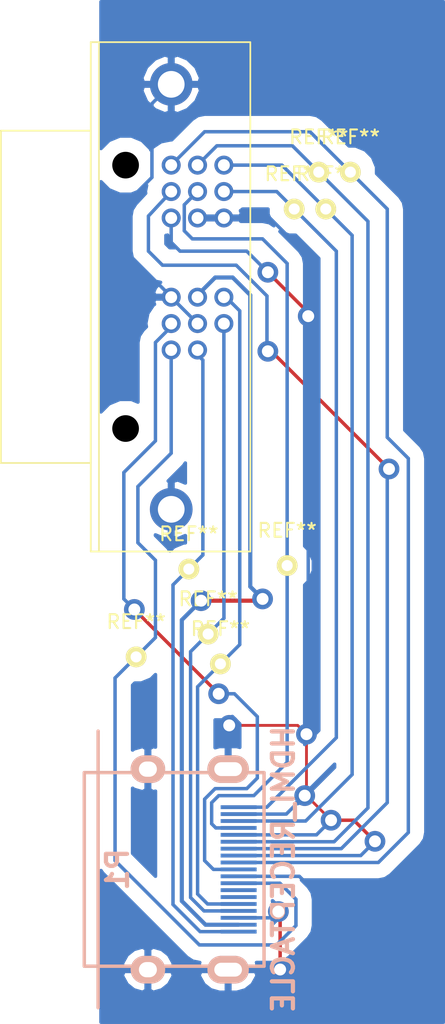
<source format=kicad_pcb>
(kicad_pcb (version 4) (host pcbnew "(2015-12-04 BZR 6347)-product")

  (general
    (links 36)
    (no_connects 10)
    (area 0 0 0 0)
    (thickness 1.6002)
    (drawings 0)
    (tracks 180)
    (zones 0)
    (modules 11)
    (nets 16)
  )

  (page A4)
  (title_block
    (date "18 jun 2015")
  )

  (layers
    (0 Front signal)
    (31 Back signal)
    (32 B.Adhes user)
    (33 F.Adhes user)
    (34 B.Paste user)
    (35 F.Paste user)
    (36 B.SilkS user)
    (37 F.SilkS user)
    (38 B.Mask user)
    (39 F.Mask user)
    (40 Dwgs.User user)
    (41 Cmts.User user)
    (42 Eco1.User user)
    (43 Eco2.User user)
    (44 Edge.Cuts user)
  )

  (setup
    (last_trace_width 0.25)
    (trace_clearance 0)
    (zone_clearance 1.016)
    (zone_45_only no)
    (trace_min 0.2032)
    (segment_width 0.381)
    (edge_width 0.381)
    (via_size 1.50114)
    (via_drill 0.86106)
    (via_min_size 0.889)
    (via_min_drill 0.508)
    (uvia_size 0.508)
    (uvia_drill 0.127)
    (uvias_allowed no)
    (uvia_min_size 0.508)
    (uvia_min_drill 0.127)
    (pcb_text_width 0.3048)
    (pcb_text_size 1.524 2.032)
    (mod_edge_width 0.381)
    (mod_text_size 1.524 1.524)
    (mod_text_width 0.3048)
    (pad_size 1.50114 1.50114)
    (pad_drill 0.8001)
    (pad_to_mask_clearance 0.254)
    (aux_axis_origin 0 0)
    (visible_elements FFFEFF3F)
    (pcbplotparams
      (layerselection 0x00030_80000001)
      (usegerberextensions true)
      (excludeedgelayer true)
      (linewidth 0.150000)
      (plotframeref false)
      (viasonmask false)
      (mode 1)
      (useauxorigin false)
      (hpglpennumber 1)
      (hpglpenspeed 20)
      (hpglpendiameter 15)
      (hpglpenoverlay 0)
      (psnegative false)
      (psa4output false)
      (plotreference true)
      (plotvalue true)
      (plotinvisibletext false)
      (padsonsilk false)
      (subtractmaskfromsilk false)
      (outputformat 1)
      (mirror false)
      (drillshape 1)
      (scaleselection 1)
      (outputdirectory ""))
  )

  (net 0 "")
  (net 1 /+5v)
  (net 2 /CL+)
  (net 3 /CL-)
  (net 4 /D0+)
  (net 5 /D0-)
  (net 6 /D1+)
  (net 7 /D1-)
  (net 8 /D2+)
  (net 9 /D2-)
  (net 10 /DDCcl)
  (net 11 /DDCdata)
  (net 12 /hotplug)
  (net 13 "Net-(P1-Pad14)")
  (net 14 "Net-(P1-Pad13)")
  (net 15 /GND)

  (net_class Default "This is the default net class."
    (clearance 0)
    (trace_width 0.25)
    (via_dia 1.50114)
    (via_drill 0.86106)
    (uvia_dia 0.508)
    (uvia_drill 0.127)
    (add_net /CL+)
    (add_net /CL-)
    (add_net /D0+)
    (add_net /D0-)
    (add_net /D1+)
    (add_net /D1-)
    (add_net /D2+)
    (add_net /D2-)
    (add_net /DDCcl)
    (add_net /DDCdata)
    (add_net /GND)
    (add_net /hotplug)
    (add_net "Net-(P1-Pad13)")
    (add_net "Net-(P1-Pad14)")
  )

  (net_class 5v ""
    (clearance 0)
    (trace_width 0.3)
    (via_dia 1.50114)
    (via_drill 0.86106)
    (uvia_dia 0.508)
    (uvia_drill 0.127)
    (add_net /+5v)
  )

  (module Measurement_Points:Measurement_Point_Round-TH_Small (layer Front) (tedit 56898EAB) (tstamp 56A1C3A8)
    (at 102.235 53.213)
    (descr "Mesurement Point, Square, Trough Hole,  DM 1.5mm, Drill 0.8mm,")
    (tags "Mesurement Point, Square, Trough Hole, DM 1.5mm, Drill 0.8mm,")
    (fp_text reference REF** (at 0 -2.54) (layer F.SilkS)
      (effects (font (size 1 1) (thickness 0.15)))
    )
    (fp_text value Measurement_Point_Round-TH_Small (at 0 2.54) (layer F.Fab)
      (effects (font (size 1 1) (thickness 0.15)))
    )
    (pad 1 thru_hole circle (at 0 0) (size 1.50114 1.50114) (drill 0.8001) (layers *.Cu *.Mask F.SilkS)
      (net 7 /D1-))
  )

  (module Measurement_Points:Measurement_Point_Round-TH_Small (layer Front) (tedit 56898E5E) (tstamp 56A1C398)
    (at 102.743 55.88)
    (descr "Mesurement Point, Square, Trough Hole,  DM 1.5mm, Drill 0.8mm,")
    (tags "Mesurement Point, Square, Trough Hole, DM 1.5mm, Drill 0.8mm,")
    (fp_text reference REF** (at 0 -2.54) (layer F.SilkS)
      (effects (font (size 1 1) (thickness 0.15)))
    )
    (fp_text value Measurement_Point_Round-TH_Small (at 0 2.54) (layer F.Fab)
      (effects (font (size 1 1) (thickness 0.15)))
    )
    (pad 1 thru_hole circle (at 0 0) (size 1.50114 1.50114) (drill 0.8001) (layers *.Cu *.Mask F.SilkS)
      (net 9 /D2-))
  )

  (module Measurement_Points:Measurement_Point_Round-TH_Small (layer Front) (tedit 56898D47) (tstamp 56A1C360)
    (at 92.837 81.915)
    (descr "Mesurement Point, Square, Trough Hole,  DM 1.5mm, Drill 0.8mm,")
    (tags "Mesurement Point, Square, Trough Hole, DM 1.5mm, Drill 0.8mm,")
    (fp_text reference REF** (at 0 -2.54) (layer F.SilkS)
      (effects (font (size 1 1) (thickness 0.15)))
    )
    (fp_text value Measurement_Point_Round-TH_Small (at 0 2.54) (layer F.Fab)
      (effects (font (size 1 1) (thickness 0.15)))
    )
    (pad 1 thru_hole circle (at 0 0) (size 1.50114 1.50114) (drill 0.8001) (layers *.Cu *.Mask F.SilkS)
      (net 12 /hotplug))
  )

  (module project:DVI-RECEPT-RA-HDMI (layer Front) (tedit 56897152) (tstamp 568971A5)
    (at 88.265 62.23 270)
    (path /551899AA)
    (attr smd)
    (fp_text reference J1 (at 0 -0.381 270) (layer Cmts.User)
      (effects (font (size 0.508 0.508) (thickness 0.1016)))
    )
    (fp_text value 74320-1004 (at 0 0.381 270) (layer Cmts.User) hide
      (effects (font (size 0.508 0.508) (thickness 0.1016)))
    )
    (fp_line (start -18.415 2.51968) (end -18.415 -9.01954) (layer F.SilkS) (width 0.127))
    (fp_line (start -18.415 -9.01954) (end 18.415 -9.01954) (layer F.SilkS) (width 0.127))
    (fp_line (start 18.415 -9.01954) (end 18.415 2.51968) (layer F.SilkS) (width 0.127))
    (fp_line (start 18.415 2.51968) (end -18.415 2.51968) (layer F.SilkS) (width 0.127))
    (fp_line (start -12.0142 9.01954) (end -12.0142 2.51968) (layer F.SilkS) (width 0.127))
    (fp_line (start -12.0142 2.51968) (end 12.0142 2.51968) (layer F.SilkS) (width 0.127))
    (fp_line (start 12.0142 2.51968) (end 12.0142 9.01954) (layer F.SilkS) (width 0.127))
    (fp_line (start 12.0142 9.01954) (end -12.0142 9.01954) (layer F.SilkS) (width 0.127))
    (fp_line (start -18.415 1.92786) (end 18.415 1.92786) (layer F.SilkS) (width 0.127))
    (pad 15 thru_hole oval (at 1.93294 -5.20192 270) (size 1.37668 1.37668) (drill 0.86106) (layers *.Cu *.Mask)
      (net 15 /GND))
    (pad 9 thru_hole oval (at -9.52246 -5.20192 270) (size 1.37414 1.37668) (drill 0.86106) (layers *.Cu *.Mask)
      (net 7 /D1-))
    (pad 17 thru_hole oval (at -9.52246 -3.29692 270) (size 1.37414 1.37668) (drill 0.86106) (layers *.Cu *.Mask)
      (net 5 /D0-))
    (pad 1 thru_hole oval (at -9.52246 -7.10692 270) (size 1.37414 1.37668) (drill 0.86106) (layers *.Cu *.Mask)
      (net 9 /D2-))
    (pad 10 thru_hole oval (at -7.61238 -5.20192 270) (size 1.37414 1.37668) (drill 0.86106) (layers *.Cu *.Mask)
      (net 6 /D1+))
    (pad 18 thru_hole oval (at -7.61238 -3.29692 270) (size 1.37414 1.37668) (drill 0.86106) (layers *.Cu *.Mask)
      (net 4 /D0+))
    (pad 2 thru_hole oval (at -7.61238 -7.10692 270) (size 1.37414 1.37668) (drill 0.86106) (layers *.Cu *.Mask)
      (net 8 /D2+))
    (pad 11 thru_hole oval (at -5.7023 -5.20192 270) (size 1.37414 1.37668) (drill 0.86106) (layers *.Cu *.Mask)
      (net 15 /GND))
    (pad 19 thru_hole oval (at -5.7023 -3.29692 270) (size 1.37414 1.37668) (drill 0.86106) (layers *.Cu *.Mask)
      (net 15 /GND))
    (pad 3 thru_hole oval (at -5.7023 -7.10692 270) (size 1.37414 1.37668) (drill 0.86106) (layers *.Cu *.Mask)
      (net 15 /GND))
    (pad 14 thru_hole oval (at 0.0254 -5.20192 270) (size 1.37414 1.37668) (drill 0.85852) (layers *.Cu *.Mask)
      (net 1 /+5v))
    (pad 22 thru_hole oval (at 0.0254 -3.29692 270) (size 1.37414 1.37668) (drill 0.85852) (layers *.Cu *.Mask)
      (net 15 /GND))
    (pad 6 thru_hole oval (at 0.0254 -7.10692 270) (size 1.37414 1.37668) (drill 0.85852) (layers *.Cu *.Mask)
      (net 10 /DDCcl))
    (pad 23 thru_hole oval (at 1.93294 -3.29692 270) (size 1.37668 1.37668) (drill 0.86106) (layers *.Cu *.Mask)
      (net 2 /CL+))
    (pad 7 thru_hole oval (at 1.93294 -7.10692 270) (size 1.37668 1.37668) (drill 0.86106) (layers *.Cu *.Mask)
      (net 11 /DDCdata))
    (pad 16 thru_hole oval (at 3.84302 -5.20192 270) (size 1.37668 1.37668) (drill 0.86106) (layers *.Cu *.Mask)
      (net 12 /hotplug))
    (pad 24 thru_hole oval (at 3.84302 -3.29692 270) (size 1.37668 1.37668) (drill 0.86106) (layers *.Cu *.Mask)
      (net 3 /CL-))
    (pad 25 thru_hole oval (at -15.36446 -3.29946 270) (size 3.08864 3.08864) (drill 1.9304) (layers *.Cu *.Mask)
      (net 15 /GND))
    (pad 25 thru_hole oval (at 15.36446 -3.29946 270) (size 3.08864 3.08864) (drill 1.9304) (layers *.Cu *.Mask)
      (net 15 /GND))
    (pad HOLE np_thru_hole circle (at -9.52246 0 270) (size 1.92786 1.92786) (drill 1.92786) (layers))
    (pad HOLE np_thru_hole circle (at 9.52246 0 270) (size 1.92786 1.92786) (drill 1.92786) (layers))
  )

  (module Measurement_Points:Measurement_Point_Round-TH_Small (layer Front) (tedit 56898CAE) (tstamp 56898C09)
    (at 89.027 88.265)
    (descr "Mesurement Point, Square, Trough Hole,  DM 1.5mm, Drill 0.8mm,")
    (tags "Mesurement Point, Square, Trough Hole, DM 1.5mm, Drill 0.8mm,")
    (fp_text reference REF** (at 0 -2.54) (layer F.SilkS)
      (effects (font (size 1 1) (thickness 0.15)))
    )
    (fp_text value Measurement_Point_Round-TH_Small (at 0 2.54) (layer F.Fab)
      (effects (font (size 1 1) (thickness 0.15)))
    )
    (pad 1 thru_hole circle (at 0 0) (size 1.50114 1.50114) (drill 0.8001) (layers *.Cu *.Mask F.SilkS)
      (net 3 /CL-))
  )

  (module Measurement_Points:Measurement_Point_Round-TH_Small (layer Front) (tedit 56898D0E) (tstamp 56898CE2)
    (at 94.234 86.614)
    (descr "Mesurement Point, Square, Trough Hole,  DM 1.5mm, Drill 0.8mm,")
    (tags "Mesurement Point, Square, Trough Hole, DM 1.5mm, Drill 0.8mm,")
    (fp_text reference REF** (at 0 -2.54) (layer F.SilkS)
      (effects (font (size 1 1) (thickness 0.15)))
    )
    (fp_text value Measurement_Point_Round-TH_Small (at 0 2.54) (layer F.Fab)
      (effects (font (size 1 1) (thickness 0.15)))
    )
    (pad 1 thru_hole circle (at 0 0) (size 1.50114 1.50114) (drill 0.8001) (layers *.Cu *.Mask F.SilkS)
      (net 11 /DDCdata))
  )

  (module Measurement_Points:Measurement_Point_Round-TH_Small (layer Front) (tedit 56898D82) (tstamp 56898D67)
    (at 95.123 88.773)
    (descr "Mesurement Point, Square, Trough Hole,  DM 1.5mm, Drill 0.8mm,")
    (tags "Mesurement Point, Square, Trough Hole, DM 1.5mm, Drill 0.8mm,")
    (fp_text reference REF** (at 0 -2.54) (layer F.SilkS)
      (effects (font (size 1 1) (thickness 0.15)))
    )
    (fp_text value Measurement_Point_Round-TH_Small (at 0 2.54) (layer F.Fab)
      (effects (font (size 1 1) (thickness 0.15)))
    )
    (pad 1 thru_hole circle (at 0 0) (size 1.50114 1.50114) (drill 0.8001) (layers *.Cu *.Mask F.SilkS)
      (net 10 /DDCcl))
  )

  (module Measurement_Points:Measurement_Point_Round-TH_Small (layer Front) (tedit 56898DEA) (tstamp 56898DD1)
    (at 99.949 81.661)
    (descr "Mesurement Point, Square, Trough Hole,  DM 1.5mm, Drill 0.8mm,")
    (tags "Mesurement Point, Square, Trough Hole, DM 1.5mm, Drill 0.8mm,")
    (fp_text reference REF** (at 0 -2.54) (layer F.SilkS)
      (effects (font (size 1 1) (thickness 0.15)))
    )
    (fp_text value Measurement_Point_Round-TH_Small (at 0 2.54) (layer F.Fab)
      (effects (font (size 1 1) (thickness 0.15)))
    )
    (pad 1 thru_hole circle (at 0 0) (size 1.50114 1.50114) (drill 0.8001) (layers *.Cu *.Mask F.SilkS)
      (net 6 /D1+))
  )

  (module Measurement_Points:Measurement_Point_Round-TH_Small (layer Front) (tedit 56898E32) (tstamp 56898E20)
    (at 100.457 55.88)
    (descr "Mesurement Point, Square, Trough Hole,  DM 1.5mm, Drill 0.8mm,")
    (tags "Mesurement Point, Square, Trough Hole, DM 1.5mm, Drill 0.8mm,")
    (fp_text reference REF** (at 0 -2.54) (layer F.SilkS)
      (effects (font (size 1 1) (thickness 0.15)))
    )
    (fp_text value Measurement_Point_Round-TH_Small (at 0 2.54) (layer F.Fab)
      (effects (font (size 1 1) (thickness 0.15)))
    )
    (pad 1 thru_hole circle (at 0 0) (size 1.50114 1.50114) (drill 0.8001) (layers *.Cu *.Mask F.SilkS)
      (net 8 /D2+))
  )

  (module Measurement_Points:Measurement_Point_Round-TH_Small (layer Front) (tedit 56898F2A) (tstamp 56898F0D)
    (at 104.521 53.213)
    (descr "Mesurement Point, Square, Trough Hole,  DM 1.5mm, Drill 0.8mm,")
    (tags "Mesurement Point, Square, Trough Hole, DM 1.5mm, Drill 0.8mm,")
    (fp_text reference REF** (at 0 -2.54) (layer F.SilkS)
      (effects (font (size 1 1) (thickness 0.15)))
    )
    (fp_text value Measurement_Point_Round-TH_Small (at 0 2.54) (layer F.Fab)
      (effects (font (size 1 1) (thickness 0.15)))
    )
    (pad 1 thru_hole circle (at 0 0) (size 1.50114 1.50114) (drill 0.8001) (layers *.Cu *.Mask F.SilkS)
      (net 5 /D0-))
  )

  (module project:HDMI_SMD (layer Back) (tedit 5689AA52) (tstamp 5689AAF5)
    (at 90.678 103.632 90)
    (tags "hdmi smd")
    (path /554F9844)
    (fp_text reference P1 (at 0 -2.99974 90) (layer B.SilkS)
      (effects (font (thickness 0.3048)) (justify mirror))
    )
    (fp_text value HDMI_RECEPTACLE (at 0 8.99922 90) (layer B.SilkS)
      (effects (font (thickness 0.3048)) (justify mirror))
    )
    (fp_line (start -7.00024 -5.40004) (end 7.00024 -5.40004) (layer B.SilkS) (width 0.24892))
    (fp_line (start 7.00024 -5.40004) (end 7.00024 7.59968) (layer B.SilkS) (width 0.24892))
    (fp_line (start 7.00024 7.59968) (end -7.00024 7.59968) (layer B.SilkS) (width 0.24892))
    (fp_line (start -7.00024 7.59968) (end -7.00024 -5.40004) (layer B.SilkS) (width 0.24892))
    (fp_line (start -9.99998 -4.39928) (end 9.99998 -4.39928) (layer B.SilkS) (width 0.24892))
    (pad 19 smd rect (at -4.5 5.76126 90) (size 0.28 2.6) (layers Back B.Paste B.Mask)
      (net 12 /hotplug))
    (pad 18 smd rect (at -4 5.76126 90) (size 0.28 2.6) (layers Back B.Paste B.Mask)
      (net 1 /+5v))
    (pad 17 smd rect (at -3.5 5.76126 90) (size 0.28 2.6) (layers Back B.Paste B.Mask)
      (net 15 /GND))
    (pad 16 smd rect (at -3 5.76126 90) (size 0.28 2.6) (layers Back B.Paste B.Mask)
      (net 11 /DDCdata))
    (pad 15 smd rect (at -2.5 5.76126 90) (size 0.28 2.6) (layers Back B.Paste B.Mask)
      (net 10 /DDCcl))
    (pad 14 smd rect (at -2 5.76126 90) (size 0.28 2.6) (layers Back B.Paste B.Mask)
      (net 13 "Net-(P1-Pad14)"))
    (pad 13 smd rect (at -1.5 5.76126 90) (size 0.28 2.6) (layers Back B.Paste B.Mask)
      (net 14 "Net-(P1-Pad13)"))
    (pad 12 smd rect (at -1 5.76126 90) (size 0.28 2.6) (layers Back B.Paste B.Mask)
      (net 3 /CL-))
    (pad 11 smd rect (at -0.5 5.76126 90) (size 0.28 2.6) (layers Back B.Paste B.Mask)
      (net 15 /GND))
    (pad 2 smd rect (at 4 5.76126 90) (size 0.28 2.6) (layers Back B.Paste B.Mask)
      (net 15 /GND))
    (pad 3 smd rect (at 3.5 5.76126 90) (size 0.28 2.6) (layers Back B.Paste B.Mask)
      (net 9 /D2-))
    (pad 4 smd rect (at 3 5.76126 90) (size 0.28 2.6) (layers Back B.Paste B.Mask)
      (net 6 /D1+))
    (pad 5 smd rect (at 2.5 5.76126 90) (size 0.28 2.6) (layers Back B.Paste B.Mask)
      (net 15 /GND))
    (pad 6 smd rect (at 2 5.76126 90) (size 0.28 2.6) (layers Back B.Paste B.Mask)
      (net 7 /D1-))
    (pad 7 smd rect (at 1.5 5.76126 90) (size 0.28 2.6) (layers Back B.Paste B.Mask)
      (net 4 /D0+))
    (pad 8 smd rect (at 1 5.76126 90) (size 0.28 2.6) (layers Back B.Paste B.Mask)
      (net 15 /GND))
    (pad 9 smd rect (at 0.5 5.76126 90) (size 0.28 2.6) (layers Back B.Paste B.Mask)
      (net 5 /D0-))
    (pad 10 smd rect (at 0 5.76126 90) (size 0.28 2.6) (layers Back B.Paste B.Mask)
      (net 2 /CL+))
    (pad 20 thru_hole oval (at -7.25 -0.80086 90) (size 1.99898 2.5) (drill oval 1.09982 1.30048) (layers *.Cu *.Mask B.SilkS)
      (net 15 /GND))
    (pad 20 thru_hole oval (at 7.25 -0.80086 90) (size 1.99898 2.5) (drill oval 1.09982 1.30048) (layers *.Cu *.Mask B.SilkS)
      (net 15 /GND))
    (pad 1 smd rect (at 4.5 5.76126 90) (size 0.28 2.6) (layers Back B.Paste B.Mask)
      (net 8 /D2+))
    (pad 20 thru_hole oval (at -7.25 5.00126 90) (size 1.99898 2.99974) (drill oval 1.00076 1.99898) (layers *.Cu *.Mask B.SilkS)
      (net 15 /GND))
    (pad 20 thru_hole oval (at 7.25 5.00126 90) (size 1.99898 2.99974) (drill oval 1.00076 1.99898) (layers *.Cu *.Mask B.SilkS)
      (net 15 /GND))
  )

  (segment (start 92.329 85.598) (end 92.329 105.918) (width 0.3) (layer Back) (net 1))
  (segment (start 94.742 60.833) (end 96.012 60.833) (width 0.3) (layer Back) (net 1) (tstamp 56897F27))
  (segment (start 96.012 60.833) (end 97.282 62.103) (width 0.3) (layer Back) (net 1) (tstamp 56897F2B))
  (segment (start 97.282 62.103) (end 97.282 83.185) (width 0.3) (layer Back) (net 1) (tstamp 56897F2F))
  (segment (start 97.282 83.185) (end 98.171 84.074) (width 0.3) (layer Back) (net 1) (tstamp 56897F31))
  (via (at 98.171 84.074) (size 1.50114) (drill 0.86106) (layers Front Back) (net 1))
  (segment (start 98.171 84.074) (end 98.044 84.201) (width 0.3) (layer Front) (net 1) (tstamp 56897F45))
  (segment (start 98.044 84.201) (end 93.726 84.201) (width 0.3) (layer Front) (net 1) (tstamp 56897F46))
  (via (at 93.726 84.201) (size 1.50114) (drill 0.86106) (layers Front Back) (net 1))
  (segment (start 93.726 84.201) (end 92.329 85.598) (width 0.3) (layer Back) (net 1) (tstamp 56897F52))
  (segment (start 92.329 105.918) (end 94.043 107.632) (width 0.3) (layer Back) (net 1) (tstamp 56897F55))
  (segment (start 96.43926 107.632) (end 94.043 107.632) (width 0.3) (layer Back) (net 1) (tstamp 56897F59) (status 10))
  (segment (start 94.742 60.833) (end 93.46692 62.10808) (width 0.3) (layer Back) (net 1) (tstamp 56897F24) (status 20))
  (segment (start 93.46692 62.2554) (end 93.46692 62.10808) (width 0.2032) (layer Back) (net 1) (status 30))
  (segment (start 97.79 92.583) (end 97.79 97.028) (width 0.25) (layer Back) (net 2))
  (segment (start 88.9 84.836) (end 88.138 84.074) (width 0.25) (layer Back) (net 2) (tstamp 56897D5C))
  (segment (start 91.56192 64.39408) (end 90.424 65.532) (width 0.25) (layer Back) (net 2) (tstamp 5689477E) (status 10))
  (segment (start 88.138 74.93) (end 88.138 84.074) (width 0.25) (layer Back) (net 2) (tstamp 56894783))
  (segment (start 90.424 72.644) (end 88.138 74.93) (width 0.25) (layer Back) (net 2) (tstamp 56894781))
  (segment (start 90.424 65.532) (end 90.424 72.644) (width 0.25) (layer Back) (net 2) (tstamp 5689477F))
  (segment (start 93.98 102.997) (end 94.615 103.632) (width 0.25) (layer Back) (net 2) (tstamp 56897DAD))
  (segment (start 94.615 103.632) (end 96.43926 103.632) (width 0.25) (layer Back) (net 2) (tstamp 56897DB2) (status 20))
  (via (at 88.9 84.836) (size 1.50114) (drill 0.86106) (layers Front Back) (net 2))
  (segment (start 88.9 84.836) (end 94.996 90.932) (width 0.25) (layer Front) (net 2) (tstamp 56894786))
  (via (at 94.996 90.932) (size 1.50114) (drill 0.86106) (layers Front Back) (net 2))
  (segment (start 94.996 90.932) (end 96.139 90.932) (width 0.25) (layer Back) (net 2) (tstamp 56894789))
  (segment (start 96.139 90.932) (end 97.79 92.583) (width 0.25) (layer Back) (net 2) (tstamp 5689A95B))
  (segment (start 97.79 97.028) (end 97.028 97.79) (width 0.25) (layer Back) (net 2) (tstamp 5689478C))
  (segment (start 97.028 97.79) (end 94.742 97.79) (width 0.25) (layer Back) (net 2) (tstamp 5689478E))
  (segment (start 94.742 97.79) (end 93.98 98.552) (width 0.25) (layer Back) (net 2) (tstamp 56894790))
  (segment (start 93.98 98.552) (end 93.98 102.997) (width 0.25) (layer Back) (net 2))
  (segment (start 95.25 103.632) (end 96.56626 103.632) (width 0.2032) (layer Back) (net 2) (tstamp 56894793) (status 30))
  (segment (start 91.56192 64.16294) (end 91.56192 64.39408) (width 0.2032) (layer Back) (net 2) (status 30))
  (segment (start 87.503 89.789) (end 87.503 102.997) (width 0.25) (layer Back) (net 3))
  (segment (start 91.56192 66.07302) (end 91.56192 73.53808) (width 0.25) (layer Back) (net 3) (tstamp 56894AC7) (status 10))
  (segment (start 89.154 75.946) (end 91.56192 73.53808) (width 0.25) (layer Back) (net 3) (tstamp 56894AC2))
  (segment (start 89.154 80.01) (end 89.154 75.946) (width 0.25) (layer Back) (net 3) (tstamp 56894ABF))
  (segment (start 90.424 81.28) (end 89.154 80.01) (width 0.25) (layer Back) (net 3) (tstamp 56894ABE))
  (segment (start 90.424 86.868) (end 90.424 81.28) (width 0.25) (layer Back) (net 3) (tstamp 56894ABA))
  (segment (start 87.503 89.789) (end 90.424 86.868) (width 0.25) (layer Back) (net 3) (tstamp 56894AB5))
  (segment (start 93.599 109.093) (end 87.503 102.997) (width 0.25) (layer Back) (net 3) (tstamp 56894AAC))
  (segment (start 99.187 109.093) (end 93.599 109.093) (width 0.25) (layer Back) (net 3) (tstamp 56894AAA))
  (segment (start 100.584 107.696) (end 99.187 109.093) (width 0.25) (layer Back) (net 3) (tstamp 56894AA7))
  (segment (start 100.584 105.791) (end 100.584 107.696) (width 0.25) (layer Back) (net 3) (tstamp 56894AA3))
  (segment (start 99.425 104.632) (end 100.584 105.791) (width 0.25) (layer Back) (net 3) (tstamp 56894A9F))
  (segment (start 99.425 104.632) (end 96.56626 104.632) (width 0.25) (layer Back) (net 3) (status 20))
  (segment (start 107.188 74.803) (end 107.188 98.806) (width 0.25) (layer Back) (net 4))
  (segment (start 103.862 102.132) (end 107.188 98.806) (width 0.25) (layer Back) (net 4) (tstamp 568977B5))
  (segment (start 103.862 102.132) (end 96.43926 102.132) (width 0.25) (layer Back) (net 4) (status 20))
  (segment (start 107.188 74.803) (end 107.315 74.676) (width 0.25) (layer Back) (net 4) (tstamp 5689A8CE))
  (segment (start 98.4885 62.1665) (end 96.266 59.944) (width 0.25) (layer Back) (net 4) (tstamp 568977DE))
  (segment (start 96.266 59.944) (end 90.932 59.944) (width 0.25) (layer Back) (net 4) (tstamp 56894DE3))
  (segment (start 90.932 59.944) (end 89.916 58.928) (width 0.25) (layer Back) (net 4) (tstamp 56894DE9))
  (segment (start 89.916 58.928) (end 89.916 56.388) (width 0.25) (layer Back) (net 4) (tstamp 56894DEC))
  (segment (start 89.916 56.388) (end 91.56192 54.61762) (width 0.25) (layer Back) (net 4) (tstamp 56894DEE) (status 20))
  (segment (start 107.188 74.803) (end 107.315 74.676) (width 0.25) (layer Back) (net 4) (tstamp 568977C5))
  (via (at 107.315 74.676) (size 1.50114) (drill 0.86106) (layers Front Back) (net 4))
  (segment (start 107.315 74.676) (end 98.806 66.167) (width 0.25) (layer Front) (net 4) (tstamp 568977D0))
  (segment (start 98.806 66.167) (end 98.552 66.167) (width 0.25) (layer Front) (net 4) (tstamp 568977D1))
  (via (at 98.552 66.167) (size 1.50114) (drill 0.86106) (layers Front Back) (net 4))
  (segment (start 98.552 66.167) (end 98.4885 66.1035) (width 0.25) (layer Back) (net 4) (tstamp 568977D7))
  (segment (start 98.4885 66.1035) (end 98.4885 62.1665) (width 0.25) (layer Back) (net 4) (tstamp 568977D8))
  (segment (start 107.188 55.88) (end 107.188 72.39) (width 0.25) (layer Back) (net 5))
  (segment (start 107.188 72.39) (end 108.712 73.914) (width 0.25) (layer Back) (net 5) (tstamp 5689AB26))
  (segment (start 108.712 73.914) (end 108.712 100.965) (width 0.25) (layer Back) (net 5) (tstamp 5689AB1E))
  (segment (start 107.188 55.88) (end 101.6 50.292) (width 0.25) (layer Back) (net 5) (tstamp 56894EC7))
  (segment (start 101.6 50.292) (end 93.97746 50.292) (width 0.25) (layer Back) (net 5) (tstamp 56894EC9))
  (segment (start 91.56192 52.70754) (end 93.97746 50.292) (width 0.25) (layer Back) (net 5) (tstamp 56894ECE) (status 10))
  (segment (start 106.545 103.132) (end 108.712 100.965) (width 0.25) (layer Back) (net 5) (tstamp 56897E02))
  (segment (start 106.545 103.132) (end 96.43926 103.132) (width 0.25) (layer Back) (net 5) (status 20))
  (segment (start 99.949 81.661) (end 99.949 59.817) (width 0.25) (layer Back) (net 6) (status 10))
  (segment (start 92.50934 55.5752) (end 93.46692 54.61762) (width 0.25) (layer Back) (net 6) (tstamp 56894C8F) (status 20))
  (segment (start 92.50934 57.45734) (end 92.50934 55.5752) (width 0.25) (layer Back) (net 6) (tstamp 56894C8C))
  (segment (start 93.091 58.039) (end 92.50934 57.45734) (width 0.25) (layer Back) (net 6) (tstamp 56894C8A))
  (segment (start 98.171 58.039) (end 93.091 58.039) (width 0.25) (layer Back) (net 6) (tstamp 56894C81))
  (segment (start 99.949 59.817) (end 98.171 58.039) (width 0.25) (layer Back) (net 6) (tstamp 56894C72))
  (segment (start 99.949 81.661) (end 99.949 95.885) (width 0.25) (layer Back) (net 6) (status 10))
  (segment (start 94.79 100.632) (end 94.488 100.33) (width 0.25) (layer Back) (net 6) (tstamp 56894C63))
  (segment (start 97.536 98.298) (end 99.949 95.885) (width 0.25) (layer Back) (net 6) (tstamp 56894C6F))
  (segment (start 94.996 98.298) (end 97.536 98.298) (width 0.25) (layer Back) (net 6) (tstamp 56894C6B))
  (segment (start 94.488 98.806) (end 94.996 98.298) (width 0.25) (layer Back) (net 6) (tstamp 56894C68))
  (segment (start 94.488 100.33) (end 94.488 98.806) (width 0.25) (layer Back) (net 6) (tstamp 56894C66))
  (segment (start 94.79 100.632) (end 96.56626 100.632) (width 0.25) (layer Back) (net 6) (status 20))
  (segment (start 93.46692 54.61762) (end 93.46438 54.61762) (width 0.2032) (layer Back) (net 6) (status 30))
  (segment (start 105.791 56.769) (end 105.791 99.187) (width 0.25) (layer Back) (net 7))
  (segment (start 103.346 101.632) (end 105.791 99.187) (width 0.25) (layer Back) (net 7) (tstamp 56894CCD))
  (segment (start 103.346 101.632) (end 96.43926 101.632) (width 0.25) (layer Back) (net 7) (status 20))
  (segment (start 94.86646 51.308) (end 93.46692 52.70754) (width 0.25) (layer Back) (net 7) (tstamp 56894CDD) (status 20))
  (segment (start 100.33 51.308) (end 94.86646 51.308) (width 0.25) (layer Back) (net 7) (tstamp 56894CDB))
  (segment (start 105.791 56.769) (end 105.664 56.642) (width 0.25) (layer Back) (net 7) (tstamp 56894CD6))
  (segment (start 105.664 56.642) (end 100.33 51.308) (width 0.25) (layer Back) (net 7) (tstamp 5689A8C7))
  (segment (start 103.505 94.107) (end 103.505 58.928) (width 0.25) (layer Back) (net 8))
  (segment (start 95.37192 54.61762) (end 99.19462 54.61762) (width 0.25) (layer Back) (net 8) (tstamp 56895327) (status 10))
  (segment (start 103.505 58.928) (end 99.19462 54.61762) (width 0.25) (layer Back) (net 8) (tstamp 5689531C))
  (segment (start 98.48 99.132) (end 103.505 94.107) (width 0.25) (layer Back) (net 8) (tstamp 56897558))
  (segment (start 98.48 99.132) (end 96.43926 99.132) (width 0.25) (layer Back) (net 8) (status 20))
  (segment (start 104.648 96.774) (end 104.648 57.785) (width 0.25) (layer Back) (net 9))
  (segment (start 99.57054 52.70754) (end 104.648 57.785) (width 0.25) (layer Back) (net 9) (tstamp 56894C23))
  (segment (start 99.57054 52.70754) (end 95.37192 52.70754) (width 0.25) (layer Back) (net 9) (status 20))
  (segment (start 104.648 96.774) (end 101.29 100.132) (width 0.25) (layer Back) (net 9) (tstamp 5689A8BE))
  (segment (start 101.29 100.132) (end 96.56626 100.132) (width 0.25) (layer Back) (net 9) (tstamp 56894C2E) (status 20))
  (segment (start 93.472 90.424) (end 93.472 105.41) (width 0.25) (layer Back) (net 10))
  (segment (start 93.472 105.41) (end 94.194 106.132) (width 0.25) (layer Back) (net 10) (tstamp 568954E5))
  (segment (start 96.56626 106.132) (end 94.194 106.132) (width 0.25) (layer Back) (net 10) (tstamp 568954E9) (status 10))
  (segment (start 96.52 63.246) (end 95.5294 62.2554) (width 0.25) (layer Back) (net 10) (tstamp 568954CC) (status 20))
  (segment (start 96.52 87.376) (end 93.472 90.424) (width 0.25) (layer Back) (net 10) (tstamp 568954D9))
  (segment (start 96.52 63.246) (end 96.52 87.376) (width 0.25) (layer Back) (net 10) (tstamp 568954D6))
  (segment (start 95.37192 62.2554) (end 95.5294 62.2554) (width 0.2032) (layer Back) (net 10) (status 30))
  (segment (start 92.964 105.664) (end 92.964 87.884) (width 0.25) (layer Back) (net 11))
  (segment (start 92.964 105.664) (end 93.932 106.632) (width 0.25) (layer Back) (net 11) (tstamp 568954B4))
  (segment (start 96.56626 106.632) (end 93.932 106.632) (width 0.25) (layer Back) (net 11) (tstamp 568954BF) (status 10))
  (segment (start 95.377 85.471) (end 92.964 87.884) (width 0.25) (layer Back) (net 11) (tstamp 568954A1))
  (segment (start 95.377 85.471) (end 95.37192 64.16294) (width 0.25) (layer Back) (net 11) (tstamp 56895497) (status 20))
  (segment (start 95.36684 64.15786) (end 95.37192 64.16294) (width 0.2032) (layer Back) (net 11) (tstamp 56895492) (status 30))
  (segment (start 91.694 83.058) (end 91.694 106.172) (width 0.25) (layer Back) (net 12))
  (segment (start 93.654 108.132) (end 96.56626 108.132) (width 0.25) (layer Back) (net 12) (tstamp 5689545C) (status 20))
  (segment (start 91.694 106.172) (end 93.654 108.132) (width 0.25) (layer Back) (net 12) (tstamp 5689544E))
  (segment (start 93.853 80.899) (end 93.345 81.407) (width 0.25) (layer Back) (net 12) (tstamp 5689815F) (status 20))
  (segment (start 93.853 66.802) (end 93.853 80.899) (width 0.25) (layer Back) (net 12) (tstamp 5689814B))
  (segment (start 93.46692 66.41592) (end 93.853 66.802) (width 0.25) (layer Back) (net 12) (tstamp 56898140) (status 10))
  (segment (start 93.345 81.407) (end 91.694 83.058) (width 0.25) (layer Back) (net 12) (tstamp 56898166) (status 10))
  (segment (start 93.46692 66.07302) (end 93.46692 66.41592) (width 0.2032) (layer Back) (net 12) (status 30))
  (segment (start 103.124 100.076) (end 104.775 100.076) (width 0.25) (layer Front) (net 15))
  (via (at 106.299 101.6) (size 1.50114) (drill 0.86106) (layers Front Back) (net 15))
  (segment (start 105.267 102.632) (end 106.299 101.6) (width 0.25) (layer Back) (net 15) (tstamp 56897D14))
  (segment (start 105.267 102.632) (end 96.43926 102.632) (width 0.25) (layer Back) (net 15) (status 10))
  (segment (start 104.775 100.076) (end 106.299 101.6) (width 0.25) (layer Front) (net 15) (tstamp 5689AB7F))
  (segment (start 96.43926 101.132) (end 102.068 101.132) (width 0.25) (layer Back) (net 15))
  (via (at 103.124 100.076) (size 1.50114) (drill 0.86106) (layers Front Back) (net 15))
  (segment (start 102.068 101.132) (end 103.124 100.076) (width 0.25) (layer Back) (net 15) (tstamp 5689AB5E))
  (segment (start 101.473 63.627) (end 101.473 93.726) (width 0.25) (layer Back) (net 15))
  (segment (start 101.473 93.726) (end 101.346 93.853) (width 0.25) (layer Back) (net 15) (tstamp 5689A8A2))
  (segment (start 91.56192 56.5277) (end 91.56192 58.28792) (width 0.25) (layer Back) (net 15) (status 10))
  (segment (start 91.56192 58.28792) (end 92.202 58.928) (width 0.25) (layer Back) (net 15) (tstamp 56898225))
  (segment (start 92.202 58.928) (end 97.028 58.928) (width 0.25) (layer Back) (net 15) (tstamp 5689822F))
  (segment (start 97.028 58.928) (end 98.552 60.452) (width 0.25) (layer Back) (net 15) (tstamp 56898238))
  (via (at 98.552 60.452) (size 1.50114) (drill 0.86106) (layers Front Back) (net 15))
  (segment (start 98.552 60.452) (end 101.473 63.373) (width 0.25) (layer Front) (net 15) (tstamp 5689824E))
  (segment (start 101.473 63.373) (end 101.473 63.627) (width 0.25) (layer Front) (net 15) (tstamp 5689824F))
  (via (at 101.473 63.627) (size 1.50114) (drill 0.86106) (layers Front Back) (net 15))
  (segment (start 96.43926 107.132) (end 98.862 107.132) (width 0.25) (layer Back) (net 15) (status 10))
  (segment (start 98.862 107.132) (end 99.314 106.68) (width 0.25) (layer Back) (net 15) (tstamp 5689807D))
  (via (at 99.314 106.68) (size 1.50114) (drill 0.86106) (layers Front Back) (net 15))
  (segment (start 99.314 106.68) (end 99.441 106.807) (width 0.25) (layer Front) (net 15) (tstamp 56898083))
  (segment (start 99.441 106.807) (end 99.441 110.871) (width 0.25) (layer Front) (net 15) (tstamp 56898084))
  (via (at 99.441 110.871) (size 1.50114) (drill 0.86106) (layers Front Back) (net 15))
  (segment (start 91.56192 62.2554) (end 91.56192 62.22492) (width 0.2032) (layer Back) (net 15) (status 30))
  (segment (start 91.56192 62.22492) (end 88.519 59.182) (width 0.25) (layer Back) (net 15) (tstamp 56897BC5) (status 10))
  (segment (start 88.519 59.182) (end 88.519 55.245) (width 0.25) (layer Back) (net 15) (tstamp 56897BCB))
  (segment (start 88.519 55.245) (end 90.17 53.594) (width 0.25) (layer Back) (net 15) (tstamp 56897BCF))
  (segment (start 90.17 53.594) (end 90.17 48.26) (width 0.25) (layer Back) (net 15) (tstamp 56897BD2))
  (segment (start 90.17 48.26) (end 91.56446 46.86554) (width 0.25) (layer Back) (net 15) (tstamp 56897BD9) (status 20))
  (segment (start 101.219 98.298) (end 101.346 98.298) (width 0.2032) (layer Front) (net 15))
  (segment (start 101.346 98.298) (end 103.124 100.076) (width 0.2032) (layer Front) (net 15) (tstamp 56897A79))
  (segment (start 96.43926 99.632) (end 99.885 99.632) (width 0.25) (layer Back) (net 15) (status 10))
  (segment (start 99.885 99.632) (end 101.219 98.298) (width 0.25) (layer Back) (net 15) (tstamp 56897A69))
  (via (at 101.219 98.298) (size 1.50114) (drill 0.86106) (layers Front Back) (net 15))
  (segment (start 101.346 98.171) (end 101.346 93.853) (width 0.2032) (layer Front) (net 15) (tstamp 56897A76))
  (segment (start 101.219 98.298) (end 101.346 98.171) (width 0.2032) (layer Front) (net 15) (tstamp 56897A75))
  (segment (start 95.37192 56.5277) (end 98.6917 56.5277) (width 0.25) (layer Back) (net 15) (status 10))
  (segment (start 98.6917 56.5277) (end 101.473 59.309) (width 0.25) (layer Back) (net 15) (tstamp 56897A34))
  (segment (start 101.473 59.309) (end 101.473 63.627) (width 0.25) (layer Back) (net 15) (tstamp 56897A37))
  (segment (start 95.758 93.218) (end 95.67926 93.29674) (width 0.2032) (layer Back) (net 15) (tstamp 568975D7))
  (via (at 95.758 93.218) (size 1.50114) (drill 0.86106) (layers Front Back) (net 15))
  (segment (start 95.67926 93.29674) (end 95.67926 96.382) (width 0.2032) (layer Back) (net 15) (tstamp 568975D8) (status 20))
  (segment (start 100.711 93.218) (end 95.758 93.218) (width 0.2032) (layer Front) (net 15) (tstamp 56897A5A))
  (segment (start 101.346 93.853) (end 100.711 93.218) (width 0.2032) (layer Front) (net 15) (tstamp 56897A59))
  (via (at 101.346 93.853) (size 1.50114) (drill 0.86106) (layers Front Back) (net 15))
  (segment (start 101.473 93.726) (end 101.346 93.853) (width 0.2032) (layer Back) (net 15) (tstamp 56897A46))
  (segment (start 96.43926 104.132) (end 100.83 104.132) (width 0.25) (layer Back) (net 15) (status 10))
  (segment (start 100.83 104.132) (end 102.108 105.41) (width 0.25) (layer Back) (net 15) (tstamp 568974FB))
  (segment (start 102.108 105.41) (end 102.108 108.204) (width 0.25) (layer Back) (net 15) (tstamp 568974FD))
  (segment (start 102.108 108.204) (end 99.441 110.871) (width 0.25) (layer Back) (net 15) (tstamp 56897500))
  (segment (start 98.795 110.882) (end 95.67926 110.882) (width 0.2032) (layer Back) (net 15) (tstamp 56897505) (status 20))
  (segment (start 99.441 110.871) (end 98.795 110.882) (width 0.2032) (layer Back) (net 15) (tstamp 5689808A))
  (segment (start 95.37192 56.5277) (end 95.3897 56.5277) (width 0.2032) (layer Back) (net 15) (status 30))
  (segment (start 93.46692 56.5277) (end 95.37192 56.5277) (width 0.25) (layer Back) (net 15) (status 30))
  (segment (start 93.46692 64.16294) (end 93.46692 64.1604) (width 0.2032) (layer Back) (net 15) (status 30))
  (segment (start 93.46692 64.1604) (end 91.56192 62.2554) (width 0.25) (layer Back) (net 15) (tstamp 56897288) (status 30))
  (segment (start 90.00414 110.882) (end 95.80626 110.882) (width 0.2032) (layer Back) (net 15) (status 30))

  (zone (net 15) (net_name /GND) (layer Back) (tstamp 56894F31) (hatch edge 0.508)
    (connect_pads (clearance 1.016))
    (min_thickness 0.254)
    (fill yes (arc_segments 16) (thermal_gap 0.508) (thermal_bridge_width 0.508))
    (polygon
      (pts
        (xy 111.379 114.808) (xy 86.36 114.808) (xy 86.36 40.767) (xy 111.379 40.767) (xy 111.379 114.808)
      )
    )
    (filled_polygon
      (pts
        (xy 111.252 114.681) (xy 86.487 114.681) (xy 86.487 111.262354) (xy 88.037011 111.262354) (xy 88.061483 111.384778)
        (xy 88.373028 111.945462) (xy 88.875422 112.344244) (xy 89.492181 112.520412) (xy 89.75014 112.362523) (xy 89.75014 111.009)
        (xy 90.00414 111.009) (xy 90.00414 112.362523) (xy 90.262099 112.520412) (xy 90.878858 112.344244) (xy 91.381252 111.945462)
        (xy 91.692797 111.384778) (xy 91.717269 111.262354) (xy 93.589261 111.262354) (xy 93.620207 111.390159) (xy 93.933318 111.947956)
        (xy 94.436055 112.343471) (xy 95.05188 112.51649) (xy 95.55226 112.51649) (xy 95.55226 111.009) (xy 95.80626 111.009)
        (xy 95.80626 112.51649) (xy 96.30664 112.51649) (xy 96.922465 112.343471) (xy 97.425202 111.947956) (xy 97.738313 111.390159)
        (xy 97.769259 111.262354) (xy 97.649905 111.009) (xy 95.80626 111.009) (xy 95.55226 111.009) (xy 93.708615 111.009)
        (xy 93.589261 111.262354) (xy 91.717269 111.262354) (xy 91.597915 111.009) (xy 90.00414 111.009) (xy 89.75014 111.009)
        (xy 88.156365 111.009) (xy 88.037011 111.262354) (xy 86.487 111.262354) (xy 86.487 110.501646) (xy 88.037011 110.501646)
        (xy 88.156365 110.755) (xy 89.75014 110.755) (xy 89.75014 109.401477) (xy 90.00414 109.401477) (xy 90.00414 110.755)
        (xy 91.597915 110.755) (xy 91.717269 110.501646) (xy 91.692797 110.379222) (xy 91.381252 109.818538) (xy 90.878858 109.419756)
        (xy 90.262099 109.243588) (xy 90.00414 109.401477) (xy 89.75014 109.401477) (xy 89.492181 109.243588) (xy 88.875422 109.419756)
        (xy 88.373028 109.818538) (xy 88.061483 110.379222) (xy 88.037011 110.501646) (xy 86.487 110.501646) (xy 86.487 103.714933)
        (xy 86.606389 103.893611) (xy 92.702389 109.989611) (xy 93.113757 110.264479) (xy 93.599 110.361) (xy 93.627415 110.361)
        (xy 93.620207 110.373841) (xy 93.589261 110.501646) (xy 93.708615 110.755) (xy 95.55226 110.755) (xy 95.55226 110.735)
        (xy 95.80626 110.735) (xy 95.80626 110.755) (xy 97.649905 110.755) (xy 97.769259 110.501646) (xy 97.738313 110.373841)
        (xy 97.731105 110.361) (xy 99.187 110.361) (xy 99.672243 110.264479) (xy 100.083611 109.989611) (xy 101.480611 108.592612)
        (xy 101.725972 108.225403) (xy 101.755479 108.181243) (xy 101.852 107.696) (xy 101.852 105.791) (xy 101.825274 105.656638)
        (xy 101.75548 105.305758) (xy 101.480612 104.894389) (xy 100.986223 104.4) (xy 106.545 104.4) (xy 107.030243 104.303479)
        (xy 107.441611 104.028611) (xy 109.608612 101.861611) (xy 109.88348 101.450242) (xy 109.98 100.965) (xy 109.98 73.914)
        (xy 109.883479 73.428757) (xy 109.683349 73.129242) (xy 109.608611 73.017388) (xy 108.456 71.864778) (xy 108.456 55.88)
        (xy 108.359479 55.394757) (xy 108.175892 55.12) (xy 108.084611 54.983388) (xy 106.414483 53.31326) (xy 106.414898 52.837998)
        (xy 106.127226 52.14178) (xy 105.595022 51.608646) (xy 104.899307 51.31976) (xy 104.420564 51.319342) (xy 102.496611 49.395389)
        (xy 102.085243 49.120521) (xy 101.6 49.024) (xy 93.97746 49.024) (xy 93.492217 49.120521) (xy 93.286533 49.257955)
        (xy 93.080848 49.395389) (xy 91.598768 50.87747) (xy 91.524772 50.87747) (xy 90.824435 51.016776) (xy 90.230717 51.413485)
        (xy 90.094342 51.617585) (xy 90.05221 51.515619) (xy 89.460038 50.922413) (xy 88.685933 50.600977) (xy 87.847744 50.600245)
        (xy 87.073079 50.92033) (xy 86.487 51.505387) (xy 86.487 47.331319) (xy 89.43549 47.331319) (xy 89.775794 48.110585)
        (xy 90.388406 48.700304) (xy 91.098682 48.994503) (xy 91.43746 48.882115) (xy 91.43746 46.99254) (xy 91.69146 46.99254)
        (xy 91.69146 48.882115) (xy 92.030238 48.994503) (xy 92.740514 48.700304) (xy 93.353126 48.110585) (xy 93.69343 47.331319)
        (xy 93.581333 46.99254) (xy 91.69146 46.99254) (xy 91.43746 46.99254) (xy 89.547587 46.99254) (xy 89.43549 47.331319)
        (xy 86.487 47.331319) (xy 86.487 46.399761) (xy 89.43549 46.399761) (xy 89.547587 46.73854) (xy 91.43746 46.73854)
        (xy 91.43746 44.848965) (xy 91.69146 44.848965) (xy 91.69146 46.73854) (xy 93.581333 46.73854) (xy 93.69343 46.399761)
        (xy 93.353126 45.620495) (xy 92.740514 45.030776) (xy 92.030238 44.736577) (xy 91.69146 44.848965) (xy 91.43746 44.848965)
        (xy 91.098682 44.736577) (xy 90.388406 45.030776) (xy 89.775794 45.620495) (xy 89.43549 46.399761) (xy 86.487 46.399761)
        (xy 86.487 40.894) (xy 111.252 40.894)
      )
    )
    (filled_polygon
      (pts
        (xy 99.316 106.316223) (xy 99.316 107.170777) (xy 98.904652 107.582126) (xy 98.904652 107.492) (xy 98.834427 107.118784)
        (xy 98.904652 106.772) (xy 98.904652 106.492) (xy 98.883194 106.377962) (xy 98.904652 106.272) (xy 98.904652 105.992)
        (xy 98.887341 105.9) (xy 98.899778 105.9)
      )
    )
    (filled_polygon
      (pts
        (xy 90.426 94.790404) (xy 90.262099 94.743588) (xy 90.00414 94.901477) (xy 90.00414 96.255) (xy 90.02414 96.255)
        (xy 90.02414 96.509) (xy 90.00414 96.509) (xy 90.00414 97.862523) (xy 90.262099 98.020412) (xy 90.426 97.973596)
        (xy 90.426 104.126778) (xy 88.771 102.471778) (xy 88.771 97.761358) (xy 88.875422 97.844244) (xy 89.492181 98.020412)
        (xy 89.75014 97.862523) (xy 89.75014 96.509) (xy 89.73014 96.509) (xy 89.73014 96.255) (xy 89.75014 96.255)
        (xy 89.75014 94.901477) (xy 89.492181 94.743588) (xy 88.875422 94.919756) (xy 88.771 95.002642) (xy 88.771 90.314222)
        (xy 88.926739 90.158483) (xy 89.402002 90.158898) (xy 90.09822 89.871226) (xy 90.426 89.544018)
      )
    )
    (filled_polygon
      (pts
        (xy 103.38 96.248778) (xy 100.764778 98.864) (xy 100.541222 98.864) (xy 103.38 96.025223)
      )
    )
    (filled_polygon
      (pts
        (xy 96.522 93.108223) (xy 96.522 94.808016) (xy 96.30664 94.74751) (xy 95.80626 94.74751) (xy 95.80626 96.255)
        (xy 95.82626 96.255) (xy 95.82626 96.509) (xy 95.80626 96.509) (xy 95.80626 96.522) (xy 95.55226 96.522)
        (xy 95.55226 96.509) (xy 95.53226 96.509) (xy 95.53226 96.255) (xy 95.55226 96.255) (xy 95.55226 94.74751)
        (xy 95.05188 94.74751) (xy 94.74 94.835134) (xy 94.74 92.825347) (xy 95.371002 92.825898) (xy 95.985691 92.571913)
      )
    )
    (filled_polygon
      (pts
        (xy 100.078693 57.77324) (xy 100.557436 57.773658) (xy 102.237 59.453223) (xy 102.237 93.581777) (xy 101.217 94.601777)
        (xy 101.217 83.070789) (xy 101.553354 82.735022) (xy 101.84224 82.039307) (xy 101.842898 81.285998) (xy 101.555226 80.58978)
        (xy 101.217 80.250963) (xy 101.217 59.817) (xy 101.181479 59.638424) (xy 101.12048 59.331758) (xy 100.845612 58.920389)
        (xy 99.428463 57.503241)
      )
    )
    (filled_polygon
      (pts
        (xy 92.585 75.695282) (xy 92.030238 75.465497) (xy 91.69146 75.577885) (xy 91.69146 77.46746) (xy 91.71146 77.46746)
        (xy 91.71146 77.72146) (xy 91.69146 77.72146) (xy 91.69146 79.611035) (xy 92.030238 79.723423) (xy 92.585 79.493638)
        (xy 92.585 80.021209) (xy 92.461998 80.021102) (xy 91.76578 80.308774) (xy 91.468827 80.605209) (xy 91.395349 80.495242)
        (xy 91.320611 80.383388) (xy 90.422 79.484778) (xy 90.422 79.443139) (xy 91.098682 79.723423) (xy 91.43746 79.611035)
        (xy 91.43746 77.72146) (xy 91.41746 77.72146) (xy 91.41746 77.46746) (xy 91.43746 77.46746) (xy 91.43746 75.577885)
        (xy 91.345759 75.547463) (xy 92.458531 74.434691) (xy 92.585 74.245417)
      )
    )
    (filled_polygon
      (pts
        (xy 87.069962 54.492667) (xy 87.844067 54.814103) (xy 88.682256 54.814835) (xy 89.456921 54.49475) (xy 89.784111 54.16813)
        (xy 89.694702 54.61762) (xy 89.71865 54.738016) (xy 88.98734 55.524626) (xy 88.869372 55.715905) (xy 88.744521 55.902757)
        (xy 88.739945 55.925764) (xy 88.727631 55.94573) (xy 88.691843 56.167588) (xy 88.648 56.388) (xy 88.648 58.928)
        (xy 88.744521 59.413243) (xy 88.829218 59.54) (xy 89.019389 59.824611) (xy 90.035389 60.840611) (xy 90.446757 61.115479)
        (xy 90.795295 61.184808) (xy 90.765825 61.198995) (xy 90.422059 61.583575) (xy 90.280763 61.924103) (xy 90.404283 62.1284)
        (xy 91.43492 62.1284) (xy 91.43492 62.1084) (xy 91.628942 62.1084) (xy 91.599702 62.2554) (xy 91.609609 62.305208)
        (xy 91.56192 62.295722) (xy 91.126159 62.3824) (xy 90.404283 62.3824) (xy 90.280763 62.586697) (xy 90.357494 62.771621)
        (xy 90.266967 62.832109) (xy 89.869982 63.426239) (xy 89.73058 64.127062) (xy 89.73058 64.198818) (xy 89.7693 64.393478)
        (xy 89.527389 64.635389) (xy 89.252521 65.046757) (xy 89.156 65.532) (xy 89.156 69.841086) (xy 88.685933 69.645897)
        (xy 87.847744 69.645165) (xy 87.073079 69.96525) (xy 86.487 70.550307) (xy 86.487 53.908687)
      )
    )
    (filled_polygon
      (pts
        (xy 93.54058 64.127062) (xy 93.54058 64.198818) (xy 93.545061 64.221345) (xy 93.46692 64.205802) (xy 93.388779 64.221345)
        (xy 93.39326 64.198818) (xy 93.39326 64.127062) (xy 93.383142 64.076195) (xy 93.429772 64.08547) (xy 93.504068 64.08547)
        (xy 93.550698 64.076195)
      )
    )
    (filled_polygon
      (pts
        (xy 91.337861 57.942583) (xy 91.400948 58.036999) (xy 91.612729 58.353951) (xy 91.934777 58.676) (xy 91.457222 58.676)
        (xy 91.184 58.402778) (xy 91.184 57.785425) (xy 91.230596 57.807857) (xy 91.302465 57.764636)
      )
    )
    (filled_polygon
      (pts
        (xy 98.563102 56.255002) (xy 98.850774 56.95122) (xy 98.989525 57.090214) (xy 98.812753 56.972098) (xy 98.656243 56.867521)
        (xy 98.171 56.771) (xy 96.599873 56.771) (xy 96.529557 56.6547) (xy 95.49892 56.6547) (xy 95.49892 56.6747)
        (xy 95.24492 56.6747) (xy 95.24492 56.6547) (xy 93.77734 56.6547) (xy 93.77734 56.4007) (xy 95.098538 56.4007)
        (xy 95.334772 56.44769) (xy 95.409068 56.44769) (xy 95.645302 56.4007) (xy 96.529557 56.4007) (xy 96.653077 56.196403)
        (xy 96.571442 55.999661) (xy 96.703123 55.911675) (xy 96.720532 55.88562) (xy 98.563425 55.88562)
      )
    )
  )
)

</source>
